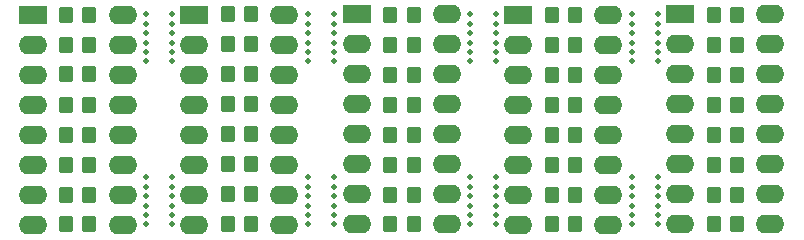
<source format=gbr>
%TF.GenerationSoftware,KiCad,Pcbnew,7.0.11*%
%TF.CreationDate,2024-10-23T23:44:55+03:00*%
%TF.ProjectId,rndip16,726e6469-7031-4362-9e6b-696361645f70,rev?*%
%TF.SameCoordinates,Original*%
%TF.FileFunction,Soldermask,Top*%
%TF.FilePolarity,Negative*%
%FSLAX46Y46*%
G04 Gerber Fmt 4.6, Leading zero omitted, Abs format (unit mm)*
G04 Created by KiCad (PCBNEW 7.0.11) date 2024-10-23 23:44:55*
%MOMM*%
%LPD*%
G01*
G04 APERTURE LIST*
G04 Aperture macros list*
%AMRoundRect*
0 Rectangle with rounded corners*
0 $1 Rounding radius*
0 $2 $3 $4 $5 $6 $7 $8 $9 X,Y pos of 4 corners*
0 Add a 4 corners polygon primitive as box body*
4,1,4,$2,$3,$4,$5,$6,$7,$8,$9,$2,$3,0*
0 Add four circle primitives for the rounded corners*
1,1,$1+$1,$2,$3*
1,1,$1+$1,$4,$5*
1,1,$1+$1,$6,$7*
1,1,$1+$1,$8,$9*
0 Add four rect primitives between the rounded corners*
20,1,$1+$1,$2,$3,$4,$5,0*
20,1,$1+$1,$4,$5,$6,$7,0*
20,1,$1+$1,$6,$7,$8,$9,0*
20,1,$1+$1,$8,$9,$2,$3,0*%
G04 Aperture macros list end*
%ADD10C,0.500000*%
%ADD11RoundRect,0.250000X-0.350000X-0.450000X0.350000X-0.450000X0.350000X0.450000X-0.350000X0.450000X0*%
%ADD12R,2.400000X1.600000*%
%ADD13O,2.400000X1.600000*%
G04 APERTURE END LIST*
D10*
%TO.C,mouse-bite-2.54mm-slot_13*%
X106200000Y-51500000D03*
X108400000Y-51500000D03*
X106200000Y-50700000D03*
X108400000Y-50700000D03*
X106200000Y-49900000D03*
X108400000Y-49900000D03*
X106200000Y-49100000D03*
X108400000Y-49100000D03*
X106200000Y-48300000D03*
X108400000Y-48300000D03*
X106200000Y-47500000D03*
X108400000Y-47500000D03*
%TD*%
%TO.C,mouse-bite-2.54mm-slot_13*%
X106200000Y-65300000D03*
X108400000Y-65300000D03*
X106200000Y-64500000D03*
X108400000Y-64500000D03*
X106200000Y-63700000D03*
X108400000Y-63700000D03*
X106200000Y-62900000D03*
X108400000Y-62900000D03*
X106200000Y-62100000D03*
X108400000Y-62100000D03*
X106200000Y-61300000D03*
X108400000Y-61300000D03*
%TD*%
%TO.C,mouse-bite-2.54mm-slot_13*%
X92500000Y-51500000D03*
X94700000Y-51500000D03*
X92500000Y-50700000D03*
X94700000Y-50700000D03*
X92500000Y-49900000D03*
X94700000Y-49900000D03*
X92500000Y-49100000D03*
X94700000Y-49100000D03*
X92500000Y-48300000D03*
X94700000Y-48300000D03*
X92500000Y-47500000D03*
X94700000Y-47500000D03*
%TD*%
%TO.C,mouse-bite-2.54mm-slot_13*%
X92500000Y-65300000D03*
X94700000Y-65300000D03*
X92500000Y-64500000D03*
X94700000Y-64500000D03*
X92500000Y-63700000D03*
X94700000Y-63700000D03*
X92500000Y-62900000D03*
X94700000Y-62900000D03*
X92500000Y-62100000D03*
X94700000Y-62100000D03*
X92500000Y-61300000D03*
X94700000Y-61300000D03*
%TD*%
D11*
%TO.C,R45*%
X99438285Y-62771426D03*
X101438285Y-62771426D03*
%TD*%
D10*
%TO.C,mouse-bite-2.54mm-slot_13*%
X65100000Y-65300000D03*
X67300000Y-65300000D03*
X65100000Y-64500000D03*
X67300000Y-64500000D03*
X65100000Y-63700000D03*
X67300000Y-63700000D03*
X65100000Y-62900000D03*
X67300000Y-62900000D03*
X65100000Y-62100000D03*
X67300000Y-62100000D03*
X65100000Y-61300000D03*
X67300000Y-61300000D03*
%TD*%
D12*
%TO.C,J5*%
X110338600Y-47523400D03*
D13*
X110338600Y-50063400D03*
X110338600Y-52603400D03*
X110338600Y-55143400D03*
X110338600Y-57683400D03*
X110338600Y-60223400D03*
X110338600Y-62763400D03*
X110338600Y-65303400D03*
X117958600Y-65303400D03*
X117958600Y-62763400D03*
X117958600Y-60223400D03*
X117958600Y-57683400D03*
X117958600Y-55143400D03*
X117958600Y-52603400D03*
X117958600Y-50063400D03*
X117958600Y-47523400D03*
%TD*%
D11*
%TO.C,R53*%
X113163600Y-62769826D03*
X115163600Y-62769826D03*
%TD*%
%TO.C,R29*%
X87756000Y-60241255D03*
X85756000Y-60241255D03*
%TD*%
%TO.C,R8*%
X58300000Y-65300000D03*
X60300000Y-65300000D03*
%TD*%
D12*
%TO.C,J4*%
X96613285Y-47525000D03*
D13*
X96613285Y-50065000D03*
X96613285Y-52605000D03*
X96613285Y-55145000D03*
X96613285Y-57685000D03*
X96613285Y-60225000D03*
X96613285Y-62765000D03*
X96613285Y-65305000D03*
X104233285Y-65305000D03*
X104233285Y-62765000D03*
X104233285Y-60225000D03*
X104233285Y-57685000D03*
X104233285Y-55145000D03*
X104233285Y-52605000D03*
X104233285Y-50065000D03*
X104233285Y-47525000D03*
%TD*%
D11*
%TO.C,R18*%
X72005000Y-52585714D03*
X74005000Y-52585714D03*
%TD*%
%TO.C,R21*%
X72005000Y-60214285D03*
X74005000Y-60214285D03*
%TD*%
%TO.C,R54*%
X115163600Y-65298400D03*
X113163600Y-65298400D03*
%TD*%
%TO.C,R3*%
X58300000Y-52600000D03*
X60300000Y-52600000D03*
%TD*%
%TO.C,R40*%
X99438285Y-50128571D03*
X101438285Y-50128571D03*
%TD*%
%TO.C,R43*%
X99438285Y-57714284D03*
X101438285Y-57714284D03*
%TD*%
%TO.C,R7*%
X58300000Y-62800000D03*
X60300000Y-62800000D03*
%TD*%
%TO.C,R23*%
X72005000Y-65300000D03*
X74005000Y-65300000D03*
%TD*%
%TO.C,R30*%
X87756000Y-62769826D03*
X85756000Y-62769826D03*
%TD*%
%TO.C,R44*%
X99438285Y-60242855D03*
X101438285Y-60242855D03*
%TD*%
D10*
%TO.C,mouse-bite-2.54mm-slot_13*%
X65100000Y-51500000D03*
X67300000Y-51500000D03*
X65100000Y-50700000D03*
X67300000Y-50700000D03*
X65100000Y-49900000D03*
X67300000Y-49900000D03*
X65100000Y-49100000D03*
X67300000Y-49100000D03*
X65100000Y-48300000D03*
X67300000Y-48300000D03*
X65100000Y-47500000D03*
X67300000Y-47500000D03*
%TD*%
D11*
%TO.C,R27*%
X87756000Y-55184113D03*
X85756000Y-55184113D03*
%TD*%
%TO.C,R28*%
X87756000Y-57712684D03*
X85756000Y-57712684D03*
%TD*%
%TO.C,R46*%
X101438285Y-65300000D03*
X99438285Y-65300000D03*
%TD*%
D10*
%TO.C,mouse-bite-2.54mm-slot_13*%
X81000000Y-61300000D03*
X78800000Y-61300000D03*
X81000000Y-62100000D03*
X78800000Y-62100000D03*
X81000000Y-62900000D03*
X78800000Y-62900000D03*
X81000000Y-63700000D03*
X78800000Y-63700000D03*
X81000000Y-64500000D03*
X78800000Y-64500000D03*
X81000000Y-65300000D03*
X78800000Y-65300000D03*
%TD*%
D11*
%TO.C,R20*%
X72005000Y-57671428D03*
X74005000Y-57671428D03*
%TD*%
%TO.C,R25*%
X87756000Y-50126971D03*
X85756000Y-50126971D03*
%TD*%
%TO.C,R16*%
X72005000Y-47500000D03*
X74005000Y-47500000D03*
%TD*%
%TO.C,R17*%
X72005000Y-50042857D03*
X74005000Y-50042857D03*
%TD*%
%TO.C,R4*%
X58300000Y-55200000D03*
X60300000Y-55200000D03*
%TD*%
%TO.C,R48*%
X113163600Y-50126971D03*
X115163600Y-50126971D03*
%TD*%
%TO.C,R6*%
X58300000Y-60300000D03*
X60300000Y-60300000D03*
%TD*%
%TO.C,R1*%
X58300000Y-47600000D03*
X60300000Y-47600000D03*
%TD*%
%TO.C,R42*%
X99438285Y-55185713D03*
X101438285Y-55185713D03*
%TD*%
%TO.C,R22*%
X72005000Y-62757142D03*
X74005000Y-62757142D03*
%TD*%
%TO.C,R51*%
X113163600Y-57712684D03*
X115163600Y-57712684D03*
%TD*%
%TO.C,R2*%
X58300000Y-50100000D03*
X60300000Y-50100000D03*
%TD*%
D12*
%TO.C,J1*%
X55550000Y-47550000D03*
D13*
X55550000Y-50090000D03*
X55550000Y-52630000D03*
X55550000Y-55170000D03*
X55550000Y-57710000D03*
X55550000Y-60250000D03*
X55550000Y-62790000D03*
X55550000Y-65330000D03*
X63170000Y-65330000D03*
X63170000Y-62790000D03*
X63170000Y-60250000D03*
X63170000Y-57710000D03*
X63170000Y-55170000D03*
X63170000Y-52630000D03*
X63170000Y-50090000D03*
X63170000Y-47550000D03*
%TD*%
D11*
%TO.C,R5*%
X58300000Y-57700000D03*
X60300000Y-57700000D03*
%TD*%
%TO.C,R52*%
X113163600Y-60241255D03*
X115163600Y-60241255D03*
%TD*%
%TO.C,R19*%
X72005000Y-55128571D03*
X74005000Y-55128571D03*
%TD*%
%TO.C,R41*%
X99438285Y-52657142D03*
X101438285Y-52657142D03*
%TD*%
%TO.C,R24*%
X87756000Y-47598400D03*
X85756000Y-47598400D03*
%TD*%
%TO.C,R49*%
X113163600Y-52655542D03*
X115163600Y-52655542D03*
%TD*%
%TO.C,R50*%
X113163600Y-55184113D03*
X115163600Y-55184113D03*
%TD*%
D10*
%TO.C,mouse-bite-2.54mm-slot_13*%
X81000000Y-47500000D03*
X78800000Y-47500000D03*
X81000000Y-48300000D03*
X78800000Y-48300000D03*
X81000000Y-49100000D03*
X78800000Y-49100000D03*
X81000000Y-49900000D03*
X78800000Y-49900000D03*
X81000000Y-50700000D03*
X78800000Y-50700000D03*
X81000000Y-51500000D03*
X78800000Y-51500000D03*
%TD*%
D11*
%TO.C,R26*%
X87756000Y-52655542D03*
X85756000Y-52655542D03*
%TD*%
D13*
%TO.C,J2*%
X76800000Y-47525000D03*
X76800000Y-50065000D03*
X76800000Y-52605000D03*
X76800000Y-55145000D03*
X76800000Y-57685000D03*
X76800000Y-60225000D03*
X76800000Y-62765000D03*
X76800000Y-65305000D03*
X69180000Y-65305000D03*
X69180000Y-62765000D03*
X69180000Y-60225000D03*
X69180000Y-57685000D03*
X69180000Y-55145000D03*
X69180000Y-52605000D03*
X69180000Y-50065000D03*
D12*
X69180000Y-47525000D03*
%TD*%
D11*
%TO.C,R47*%
X113163600Y-47598400D03*
X115163600Y-47598400D03*
%TD*%
D13*
%TO.C,J3*%
X90551000Y-47523400D03*
X90551000Y-50063400D03*
X90551000Y-52603400D03*
X90551000Y-55143400D03*
X90551000Y-57683400D03*
X90551000Y-60223400D03*
X90551000Y-62763400D03*
X90551000Y-65303400D03*
X82931000Y-65303400D03*
X82931000Y-62763400D03*
X82931000Y-60223400D03*
X82931000Y-57683400D03*
X82931000Y-55143400D03*
X82931000Y-52603400D03*
X82931000Y-50063400D03*
D12*
X82931000Y-47523400D03*
%TD*%
D11*
%TO.C,R31*%
X87756000Y-65298400D03*
X85756000Y-65298400D03*
%TD*%
%TO.C,R39*%
X99438285Y-47600000D03*
X101438285Y-47600000D03*
%TD*%
M02*

</source>
